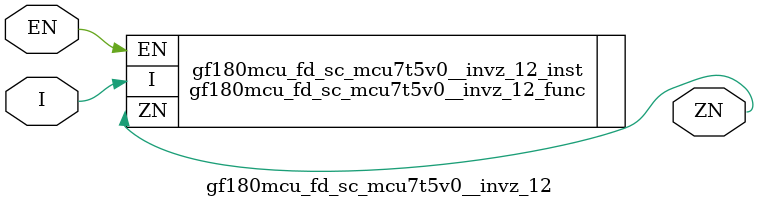
<source format=v>

module gf180mcu_fd_sc_mcu7t5v0__invz_12( EN, I, ZN );
input EN, I;
output ZN;

   `ifdef FUNCTIONAL  //  functional //

	gf180mcu_fd_sc_mcu7t5v0__invz_12_func gf180mcu_fd_sc_mcu7t5v0__invz_12_behav_inst(.EN(EN),.I(I),.ZN(ZN));

   `else

	gf180mcu_fd_sc_mcu7t5v0__invz_12_func gf180mcu_fd_sc_mcu7t5v0__invz_12_inst(.EN(EN),.I(I),.ZN(ZN));

	// spec_gates_begin


	// spec_gates_end



   specify

	// specify_block_begin

	// comb arc EN --> ZN
	 (EN => ZN) = (1.0,1.0);

	// comb arc I --> ZN
	 (I => ZN) = (1.0,1.0);

	// specify_block_end

   endspecify

   `endif

endmodule

</source>
